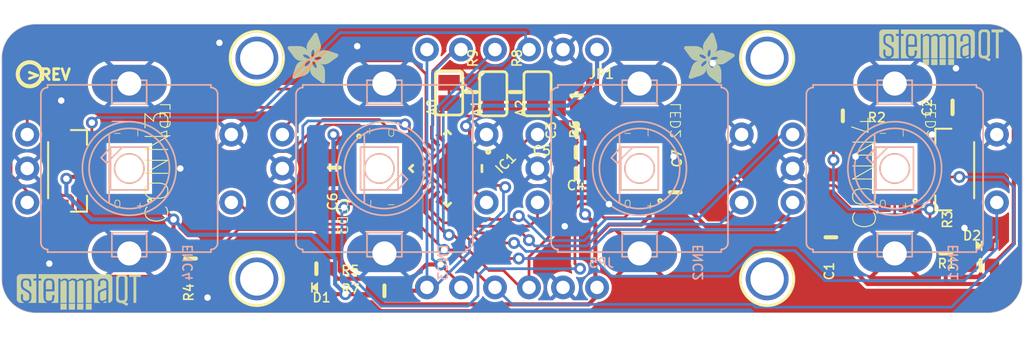
<source format=kicad_pcb>
(kicad_pcb (version 20221018) (generator pcbnew)
  (layers (0 "F.Cu" signal) (31 "B.Cu" signal) (34 "B.Paste" user) (35 "F.Paste" user) (36 "B.SilkS" user "B.Silkscreen") (37 "F.SilkS" user "F.Silkscreen") (38 "B.Mask" user) (39 "F.Mask" user) (44 "Edge.Cuts" user))
  (net 0 "")
  (net 1 "GND")
  (net 2 "NEO_IN")
  (net 3 "SDA")
  (net 4 "SCL")
  (net 5 "INT")
  (net 6 "VCC")
  (net 7 "N$1")
  (net 8 "N$2")
  (net 9 "N$3")
  (net 10 "N$4")
  (net 11 "UPDI")
  (net 12 "ROT3_A")
  (net 13 "ROT3_B")
  (net 14 "ROT2_A")
  (net 15 "ROT2_B")
  (net 16 "ROT2_SW")
  (net 17 "ROT1_A")
  (net 18 "ROT1_B")
  (net 19 "ROT1_SW")
  (net 20 "ROT0_A")
  (net 21 "ROT0_B")
  (net 22 "ROT0_SW")
  (net 23 "ADDR2")
  (net 24 "ADDR1")
  (net 25 "ADDR0")
  (net 26 "ROT3_SW")
  (net 27 "N$5")
  (net 28 "N$6")
  (net 29 "N$7")
  (net 30 "N$8")
  (footprint "working:0805-NO" (layer "F.Cu") (at 153.3271 102.1461 180)
    (fp_text reference "C3")
    (fp_text value "10uF")
  )
  (footprint "working:STEMMAQT" (layer "F.Cu") (at 111.5441 115.5446)
    (fp_text reference "U$30" hide)
    (fp_text value "" hide)
  )
  (footprint "working:0603-NO" (layer "F.Cu") (at 183.4896 112.2426 180)
    (fp_text reference "R1")
    (fp_text value "10K")
  )
  (footprint "working:FIDUCIAL_1MM" (layer "F.Cu") (at 174.0281 95.8596)
    (fp_text reference "FID1" hide)
    (fp_text value "FIDUCIAL_1MM" hide)
  )
  (footprint "working:SOLDERJUMPER_CLOSEDWIRE" (layer "F.Cu") (at 147.1041 99.4156 90)
    (fp_text reference "A1")
    (fp_text value "")
  )
  (footprint "working:PLABEL4" (layer "F.Cu") (at 144.8181 112.3061)
    (fp_text reference "PLABEL4" hide)
    (fp_text value "" hide)
  )
  (footprint "working:PLABEL3" (layer "F.Cu") (at 147.1041 112.2426 90)
    (fp_text reference "PLABEL3" hide)
    (fp_text value "" hide)
  )
  (footprint "working:PLABEL7" (layer "F.Cu") (at 119.1006 100.6856)
    (fp_text reference "PLABEL7" hide)
    (fp_text value "" hide)
  )
  (footprint "working:MOUNTINGHOLE_2.5_PLATED" (layer "F.Cu") (at 129.4511 96.7486)
    (fp_text reference "U$17" hide)
    (fp_text value "MOUNTINGHOLE2.5" hide)
  )
  (footprint "working:0805-NO" (layer "F.Cu") (at 181.3941 100.4316 180)
    (fp_text reference "C2")
    (fp_text value "10uF")
  )
  (footprint "working:CHIPLED_0603_NOOUTLINE" (layer "F.Cu") (at 133.7691 113.8936 90)
    (fp_text reference "D1")
    (fp_text value "RED")
  )
  (footprint "working:PLABEL9" (layer "F.Cu") (at 157.3911 96.1136)
    (fp_text reference "PLABEL9" hide)
    (fp_text value "" hide)
  )
  (footprint "working:PCBFEAT-REV-040" (layer "F.Cu") (at 112.4966 97.9551)
    (fp_text reference "U$25" hide)
    (fp_text value "" hide)
  )
  (footprint "working:PLABEL8" (layer "F.Cu") (at 152.4381 97.4471)
    (fp_text reference "PLABEL8" hide)
    (fp_text value "" hide)
  )
  (footprint "working:0603-NO" (layer "F.Cu") (at 173.2026 101.0666)
    (fp_text reference "R2")
    (fp_text value "10K")
  )
  (footprint "working:0603-NO" (layer "F.Cu") (at 153.2636 103.7971 180)
    (fp_text reference "C5")
    (fp_text value "1uF")
  )
  (footprint "working:JST_SH4_RA" (layer "F.Cu") (at 180.7591 105.1306 90)
    (fp_text reference "CONN4")
    (fp_text value "STEMMA_I2C_QTRA" hide)
  )
  (footprint "working:0603-NO" (layer "F.Cu") (at 180.8861 111.3536 90)
    (fp_text reference "R3")
    (fp_text value "10K")
  )
  (footprint "working:PLABEL12" (layer "F.Cu") (at 143.6751 97.1296 90)
    (fp_text reference "PLABEL12" hide)
    (fp_text value "" hide)
  )
  (footprint "working:PLABEL0" (layer "F.Cu") (at 154.5971 111.6076 90)
    (fp_text reference "PLABEL0" hide)
    (fp_text value "" hide)
  )
  (footprint "working:PLABEL6" (layer "F.Cu") (at 119.1006 95.6056)
    (fp_text reference "PLABEL6" hide)
    (fp_text value "" hide)
  )
  (footprint "working:MOUNTINGHOLE_2.5_PLATED" (layer "F.Cu") (at 167.5511 96.7486)
    (fp_text reference "U$3" hide)
    (fp_text value "MOUNTINGHOLE2.5" hide)
  )
  (footprint "working:CHIPLED_0603_NOOUTLINE" (layer "F.Cu") (at 183.3626 110.7821 -90)
    (fp_text reference "D2")
    (fp_text value "GREEN")
  )
  (footprint "working:PLABEL10" (layer "F.Cu") (at 148.6281 97.1931 90)
    (fp_text reference "PLABEL10" hide)
    (fp_text value "" hide)
  )
  (footprint "working:PLABEL13" (layer "F.Cu") (at 152.1206 99.2886 90)
    (fp_text reference "PLABEL13" hide)
    (fp_text value "" hide)
  )
  (footprint "working:0603-NO" (layer "F.Cu") (at 153.2636 105.3846 180)
    (fp_text reference "C4")
    (fp_text value "0.1uF")
  )
  (footprint "working:JST_SH4_RA" (layer "F.Cu") (at 116.1161 105.1306 -90)
    (fp_text reference "CONN3")
    (fp_text value "STEMMA_I2C_QTRA" hide)
  )
  (footprint "working:0603-NO" (layer "F.Cu") (at 133.8961 112.4966)
    (fp_text reference "R5")
    (fp_text value "10K")
  )
  (footprint "working:PLABEL2" (layer "F.Cu") (at 149.7711 112.2426 90)
    (fp_text reference "PLABEL2" hide)
    (fp_text value "" hide)
  )
  (footprint "working:ADAFRUIT_3.5MM" (layer "F.Cu") (at 161.3281 98.6536)
    (fp_text reference "U$9" hide)
    (fp_text value "" hide)
  )
  (footprint "working:0603-NO" (layer "F.Cu") (at 145.4531 99.2886 90)
    (fp_text reference "R9")
    (fp_text value "10K")
  )
  (footprint "working:0603-NO" (layer "F.Cu") (at 172.3136 110.1471 -90)
    (fp_text reference "C1")
    (fp_text value "1uF")
  )
  (footprint "working:PLABEL14" (layer "F.Cu") (at 148.1836 101.9556 90)
    (fp_text reference "PLABEL14" hide)
    (fp_text value "" hide)
  )
  (footprint "working:SOLDERJUMPER_CLOSEDWIRE" (layer "F.Cu") (at 143.8021 99.3521 90)
    (fp_text reference "A0")
    (fp_text value "")
  )
  (footprint "working:0603-NO" (layer "F.Cu") (at 124.4981 111.7346 -90)
    (fp_text reference "R4")
    (fp_text value "10K")
  )
  (footprint "working:QFN24_4MM" (layer "F.Cu") (at 143.6751 105.0036 -135)
    (fp_text reference "IC1")
    (fp_text value "ATTINY8X7-MU")
  )
  (footprint "working:0603-NO" (layer "F.Cu") (at 148.7551 99.2886 90)
    (fp_text reference "R8")
    (fp_text value "10K")
  )
  (footprint "working:0603-NO" (layer "F.Cu") (at 160.6931 106.7816 90)
    (fp_text reference "C7")
    (fp_text value "1uF")
  )
  (footprint "working:PLABEL1" (layer "F.Cu") (at 152.3746 112.3696)
    (fp_text reference "PLABEL1" hide)
    (fp_text value "" hide)
  )
  (footprint "working:MOUNTINGHOLE_2.5_PLATED" (layer "F.Cu") (at 167.5511 113.2586)
    (fp_text reference "U$19" hide)
    (fp_text value "MOUNTINGHOLE2.5" hide)
  )
  (footprint "working:PLABEL11" (layer "F.Cu") (at 146.0881 97.1296 90)
    (fp_text reference "PLABEL11" hide)
    (fp_text value "" hide)
  )
  (footprint "working:0603-NO" (layer "F.Cu") (at 153.3271 99.5426 -90)
    (fp_text reference "R6")
    (fp_text value "10K")
  )
  (footprint "working:FIDUCIAL_1MM" (layer "F.Cu") (at 111.9886 111.0361)
    (fp_text reference "FID2" hide)
    (fp_text value "FIDUCIAL_1MM" hide)
  )
  (footprint "working:PLABEL16" (layer "F.Cu") (at 134.0231 114.9731)
    (fp_text reference "PLABEL16" hide)
    (fp_text value "" hide)
  )
  (footprint "working:MOUNTINGHOLE_2.5_PLATED" (layer "F.Cu") (at 129.4511 113.2586)
    (fp_text reference "U$21" hide)
    (fp_text value "MOUNTINGHOLE2.5" hide)
  )
  (footprint "working:PLABEL15" (layer "F.Cu") (at 142.0241 100.3681 90)
    (fp_text reference "PLABEL15" hide)
    (fp_text value "" hide)
  )
  (footprint "working:0603-NO" (layer "F.Cu") (at 138.9761 114.1476 180)
    (fp_text reference "R7")
    (fp_text value "10K")
  )
  (footprint "working:SOLDERJUMPER_CLOSEDWIRE" (layer "F.Cu") (at 150.4061 99.4156 90)
    (fp_text reference "A2")
    (fp_text value "")
  )
  (footprint "working:PLABEL5" (layer "F.Cu") (at 182.5371 114.0206)
    (fp_text reference "PLABEL5" hide)
    (fp_text value "" hide)
  )
  (footprint "working:1X06_ROUND_70" (layer "F.Cu") (at 148.5011 96.1136 180)
    (fp_text reference "JP1")
    (fp_text value "")
  )
  (footprint "working:ADAFRUIT_3.5MM" (layer "F.Cu") (at 131.7371 98.6536)
    (fp_text reference "U$2" hide)
    (fp_text value "" hide)
  )
  (footprint "working:STEMMAQT" (layer "F.Cu") (at 175.9331 97.2566)
    (fp_text reference "U$31" hide)
    (fp_text value "" hide)
  )
  (footprint "working:0603-NO" (layer "F.Cu") (at 135.2296 104.9401 -90)
    (fp_text reference "C6")
    (fp_text value "1uF")
  )
  (footprint "working:PLABEL18" (layer "B.Cu") (at 152.2476 97.6376 180)
    (fp_text reference "PLABEL18" hide)
    (fp_text value "" hide)
  )
  (footprint "working:PLABEL30" (layer "B.Cu") (at 119.7991 114.1476 180)
    (fp_text reference "PLABEL30" hide)
    (fp_text value "" hide)
  )
  (footprint "working:PEC11+SWITCH" (layer "B.Cu") (at 177.0761 105.0036 90)
    (fp_text reference "ENC1")
    (fp_text value "")
  )
  (footprint "working:PEC11+SWITCH" (layer "B.Cu") (at 138.9761 105.0036 90)
    (fp_text reference "ENC3")
    (fp_text value "")
  )
  (footprint "working:NEO3535_REVERSE" (layer "B.Cu") (at 177.0761 105.0036 -90)
    (fp_text reference "LED1")
    (fp_text value "WS2812B_SK6812E" hide)
  )
  (footprint "working:PLABEL22" (layer "B.Cu") (at 154.0891 112.3696 180)
    (fp_text reference "PLABEL22" hide)
    (fp_text value "" hide)
  )
  (footprint "working:PLABEL31" (layer "B.Cu") (at 176.8221 95.7326 180)
    (fp_text reference "PLABEL31" hide)
    (fp_text value "" hide)
  )
  (footprint "working:PEC11+SWITCH" (layer "B.Cu") (at 158.0261 105.0036 90)
    (fp_text reference "ENC2")
    (fp_text value "")
  )
  (footprint "working:PLABEL29" (layer "B.Cu") (at 138.8491 114.0206 180)
    (fp_text reference "PLABEL29" hide)
    (fp_text value "" hide)
  )
  (footprint "working:PLABEL23" (layer "B.Cu") (at 152.1206 112.3696 180)
    (fp_text reference "PLABEL23" hide)
    (fp_text value "" hide)
  )
  (footprint "working:NEO3535_REVERSE" (layer "B.Cu") (at 158.0261 105.0036 -90)
    (fp_text reference "LED2")
    (fp_text value "WS2812B_SK6812E" hide)
  )
  (footprint "working:PLABEL19" (layer "B.Cu") (at 149.6441 97.7646 180)
    (fp_text reference "PLABEL19" hide)
    (fp_text value "" hide)
  )
  (footprint "working:PLABEL27" (layer "B.Cu") (at 176.9491 114.1476 180)
    (fp_text reference "PLABEL27" hide)
    (fp_text value "" hide)
  )
  (footprint "working:PEC11+SWITCH" (layer "B.Cu") (at 119.9261 105.0036 90)
    (fp_text reference "ENC4")
    (fp_text value "")
  )
  (footprint "working:PLABEL25" (layer "B.Cu") (at 147.3581 112.2426 90)
    (fp_text reference "PLABEL25" hide)
    (fp_text value "" hide)
  )
  (footprint "working:PLABEL21" (layer "B.Cu") (at 144.3101 97.7011 180)
    (fp_text reference "PLABEL21" hide)
    (fp_text value "" hide)
  )
  (footprint "working:NEO3535_REVERSE" (layer "B.Cu") (at 138.5951 105.0036 90)
    (fp_text reference "LED3")
    (fp_text value "WS2812B_SK6812E" hide)
  )
  (footprint "working:PLABEL20" (layer "B.Cu") (at 146.9771 97.6376 180)
    (fp_text reference "PLABEL20" hide)
    (fp_text value "" hide)
  )
  (footprint "working:NEO3535_REVERSE" (layer "B.Cu") (at 119.9261 105.0036 -90)
    (fp_text reference "LED4")
    (fp_text value "WS2812B_SK6812E" hide)
  )
  (footprint "working:PLABEL26" (layer "B.Cu") (at 144.5641 112.3061 180)
    (fp_text reference "PLABEL26" hide)
    (fp_text value "" hide)
  )
  (footprint "working:PLABEL17" (layer "B.Cu") (at 154.2161 97.7646 180)
    (fp_text reference "PLABEL17" hide)
    (fp_text value "" hide)
  )
  (footprint "working:1X06_ROUND_70" (layer "B.Cu") (at 148.5011 113.8936 180)
    (fp_text reference "JP5")
    (fp_text value "")
  )
  (footprint "working:PLABEL24" (layer "B.Cu") (at 149.7711 112.2426 90)
    (fp_text reference "PLABEL24" hide)
    (fp_text value "" hide)
  )
  (footprint "working:PLABEL32" (layer "B.Cu") (at 119.4181 95.9866 180)
    (fp_text reference "PLABEL32" hide)
    (fp_text value "" hide)
  )
  (footprint "working:PLABEL28" (layer "B.Cu") (at 158.0261 114.1476 180)
    (fp_text reference "PLABEL28" hide)
    (fp_text value "" hide)
  )
  (gr_line (start 112.9411 94.2086) (end 184.0611 94.2086) (stroke (width 0.05)) (layer "Edge.Cuts"))
  (gr_arc (start 110.4011 96.7486) (mid 111.145049 94.952549) (end 112.9411 94.2086) (stroke (width 0.05)) (layer "Edge.Cuts"))
  (gr_line (start 184.0611 115.7986) (end 112.9411 115.7986) (stroke (width 0.05)) (layer "Edge.Cuts"))
  (gr_line (start 186.6011 96.7486) (end 186.6011 113.2586) (stroke (width 0.05)) (layer "Edge.Cuts"))
  (gr_arc (start 112.9411 115.7986) (mid 111.145049 115.054651) (end 110.4011 113.2586) (stroke (width 0.05)) (layer "Edge.Cuts"))
  (gr_arc (start 186.6011 113.2586) (mid 185.857151 115.054651) (end 184.0611 115.7986) (stroke (width 0.05)) (layer "Edge.Cuts"))
  (gr_arc (start 184.0611 94.2086) (mid 185.857151 94.952549) (end 186.6011 96.7486) (stroke (width 0.05)) (layer "Edge.Cuts"))
  (gr_line (start 110.4011 113.2586) (end 110.4011 96.7486) (stroke (width 0.05)) (layer "Edge.Cuts"))
  (segment (start 144.028657 105.0036) (end 143.6751 105.0036) (width 0.3048) (layer "F.Cu") (net 1))
  (segment (start 145.266091 103.766166) (end 146.568657 102.4636) (width 0.254) (layer "F.Cu") (net 1))
  (segment (start 145.266091 103.766166) (end 144.028657 105.0036) (width 0.254) (layer "F.Cu") (net 1))
  (segment (start 146.568657 102.4636) (end 146.5961 102.4636) (width 0.3048) (layer "F.Cu") (net 1))
  (via (at 114.8461 99.9236) (size 0.889) (drill 0.4826) (layers "F.Cu" "B.Cu") (net 1))
  (via (at 155.7401 107.6706) (size 0.889) (drill 0.4826) (layers "F.Cu" "B.Cu") (net 1))
  (via (at 160.5661 104.1146) (size 0.889) (drill 0.4826) (layers "F.Cu" "B.Cu") (net 1))
  (via (at 174.1551 104.1146) (size 0.889) (drill 0.4826) (layers "F.Cu" "B.Cu") (net 1))
  (via (at 163.4871 97.1296) (size 0.889) (drill 0.4826) (layers "F.Cu" "B.Cu") (net 1))
  (via (at 152.4381 109.3216) (size 0.889) (drill 0.4826) (layers "F.Cu" "B.Cu") (net 1))
  (via (at 125.7681 114.6556) (size 0.889) (drill 0.4826) (layers "F.Cu" "B.Cu") (net 1))
  (via (at 136.9441 95.8596) (size 0.889) (drill 0.4826) (layers "F.Cu" "B.Cu") (net 1))
  (via (at 181.6481 97.5106) (size 0.889) (drill 0.4826) (layers "F.Cu" "B.Cu") (net 1))
  (via (at 126.6571 95.6056) (size 0.889) (drill 0.4826) (layers "F.Cu" "B.Cu") (net 1))
  (via (at 113.9571 112.1156) (size 0.889) (drill 0.4826) (layers "F.Cu" "B.Cu") (net 1))
  (via (at 182.2831 109.4486) (size 0.889) (drill 0.4826) (layers "F.Cu" "B.Cu") (net 1))
  (via (at 179.8701 102.4636) (size 0.889) (drill 0.4826) (layers "F.Cu" "B.Cu") (net 1))
  (via (at 123.7361 105.0036) (size 0.889) (drill 0.4826) (layers "F.Cu" "B.Cu") (net 1))
  (segment (start 177.8261 101.5626) (end 177.3301 101.0666) (width 0.2032) (layer "F.Cu") (net 2))
  (segment (start 174.0526 100.3291) (end 174.0526 101.0666) (width 0.2032) (layer "F.Cu") (net 2))
  (segment (start 177.8261 101.5626) (end 177.8261 102.3536) (width 0.2032) (layer "F.Cu") (net 2))
  (segment (start 173.7741 100.0506) (end 174.0526 100.3291) (width 0.2032) (layer "F.Cu") (net 2))
  (segment (start 148.396429 105.533928) (end 149.1361 106.2736) (width 0.2032) (layer "F.Cu") (net 2))
  (segment (start 164.2491 100.8126) (end 165.0111 100.0506) (width 0.2032) (layer "F.Cu") (net 2))
  (segment (start 155.2321 105.8926) (end 155.2321 101.8286) (width 0.2032) (layer "F.Cu") (net 2))
  (segment (start 145.9732 105.533928) (end 148.396429 105.533928) (width 0.2032) (layer "F.Cu") (net 2))
  (segment (start 155.2321 101.8286) (end 156.2481 100.8126) (width 0.2032) (layer "F.Cu") (net 2))
  (segment (start 156.2481 100.8126) (end 164.2491 100.8126) (width 0.2032) (layer "F.Cu") (net 2))
  (segment (start 177.3301 101.0666) (end 174.0526 101.0666) (width 0.2032) (layer "F.Cu") (net 2))
  (segment (start 154.8511 106.2736) (end 155.2321 105.8926) (width 0.2032) (layer "F.Cu") (net 2))
  (segment (start 165.0111 100.0506) (end 173.7741 100.0506) (width 0.2032) (layer "F.Cu") (net 2))
  (segment (start 149.1361 106.2736) (end 154.8511 106.2736) (width 0.2032) (layer "F.Cu") (net 2))
  (segment (start 141.5669 109.222337) (end 141.6753 109.330737) (width 0.2032) (layer "F.Cu") (net 3))
  (segment (start 115.6967 107.20435) (end 115.6967 111.5692) (width 0.2032) (layer "F.Cu") (net 3))
  (segment (start 114.2111 105.0036) (end 114.2111 106.317275) (width 0.2032) (layer "F.Cu") (net 3))
  (segment (start 115.51815 107.0258) (end 115.6967 107.20435) (width 0.2032) (layer "F.Cu") (net 3))
  (segment (start 146.9771 113.8936) (end 144.172738 111.089237) (width 0.2032) (layer "F.Cu") (net 3))
  (segment (start 128.0541 109.5756) (end 141.430438 109.5756) (width 0.2032) (layer "F.Cu") (net 3))
  (segment (start 141.6753 109.330737) (end 143.4338 111.089237) (width 0.2032) (layer "F.Cu") (net 3))
  (segment (start 114.919625 107.0258) (end 115.51815 107.0258) (width 0.2032) (layer "F.Cu") (net 3))
  (segment (start 181.9021 105.6386) (end 179.8431 105.6386) (width 0.2032) (layer "F.Cu") (net 3))
  (segment (start 142.084113 106.241034) (end 141.5669 106.758246) (width 0.2032) (layer "F.Cu") (net 3))
  (segment (start 117.0401 104.6306) (end 114.5841 104.6306) (width 0.2032) (layer "F.Cu") (net 3))
  (segment (start 124.4981 112.5846) (end 124.4981 113.0584) (width 0.2032) (layer "F.Cu") (net 3))
  (segment (start 147.2311 113.8936) (end 146.9771 113.8936) (width 0.2032) (layer "F.Cu") (net 3))
  (segment (start 124.5713 113.0584) (end 128.0541 109.5756) (width 0.2032) (layer "F.Cu") (net 3))
  (segment (start 114.5841 104.6306) (end 114.2111 105.0036) (width 0.2032) (layer "F.Cu") (net 3))
  (segment (start 114.2111 106.317275) (end 114.919625 107.0258) (width 0.2032) (layer "F.Cu") (net 3))
  (segment (start 124.4981 113.0584) (end 124.5713 113.0584) (width 0.2032) (layer "F.Cu") (net 3))
  (segment (start 141.5669 106.758246) (end 141.5669 109.222337) (width 0.2032) (layer "F.Cu") (net 3))
  (segment (start 179.8431 105.6386) (end 179.8351 105.6306) (width 0.2032) (layer "F.Cu") (net 3))
  (segment (start 141.430438 109.5756) (end 141.6753 109.330737) (width 0.2032) (layer "F.Cu") (net 3))
  (segment (start 143.4338 111.089237) (end 144.172738 111.089237) (width 0.2032) (layer "F.Cu") (net 3))
  (segment (start 117.1859 113.0584) (end 124.4981 113.0584) (width 0.2032) (layer "F.Cu") (net 3))
  (segment (start 115.6967 111.5692) (end 117.1859 113.0584) (width 0.2032) (layer "F.Cu") (net 3))
  (via (at 181.9021 105.6386) (size 0.889) (drill 0.4826) (layers "F.Cu" "B.Cu") (net 3))
  (via (at 143.4338 111.089237) (size 0.889) (drill 0.4826) (layers "F.Cu" "B.Cu") (net 3))
  (segment (start 166.673956 115.3762) (end 181.3085 115.3762) (width 0.2032) (layer "B.Cu") (net 3))
  (segment (start 185.9661 110.7186) (end 185.9661 106.4006) (width 0.2032) (layer "B.Cu") (net 3))
  (segment (start 142.9639 100.3808) (end 142.9639 110.619337) (width 0.2032) (layer "B.Cu") (net 3))
  (segment (start 185.9661 106.4006) (end 185.2041 105.6386) (width 0.2032) (layer "B.Cu") (net 3))
  (segment (start 147.2311 96.1136) (end 142.9639 100.3808) (width 0.2032) (layer "B.Cu") (net 3))
  (segment (start 185.2041 105.6386) (end 181.9021 105.6386) (width 0.2032) (layer "B.Cu") (net 3))
  (segment (start 143.4338 111.089237) (end 142.9639 110.619337) (width 0.2032) (layer "B.Cu") (net 3))
  (segment (start 147.2311 113.8936) (end 148.5011 115.1636) (width 0.2032) (layer "B.Cu") (net 3))
  (segment (start 148.5011 115.1636) (end 166.461356 115.1636) (width 0.2032) (layer "B.Cu") (net 3))
  (segment (start 166.461356 115.1636) (end 166.673956 115.3762) (width 0.2032) (layer "B.Cu") (net 3))
  (segment (start 181.3085 115.3762) (end 185.9661 110.7186) (width 0.2032) (layer "B.Cu") (net 3))
  (segment (start 155.6385 106.060937) (end 155.6385 101.996938) (width 0.2032) (layer "F.Cu") (net 4))
  (segment (start 151.6761 109.7026) (end 149.7711 111.6076) (width 0.2032) (layer "F.Cu") (net 4))
  (segment (start 143.790263 109.968437) (end 143.649738 109.968437) (width 0.2032) (layer "F.Cu") (net 4))
  (segment (start 143.649738 109.968437) (end 143.604532 109.923231) (width 0.2032) (layer "F.Cu") (net 4))
  (segment (start 149.7711 113.8936) (end 149.7711 111.6076) (width 0.2032) (layer "F.Cu") (net 4))
  (segment (start 180.8861 110.5036) (end 179.7081 109.3256) (width 0.2032) (layer "F.Cu") (net 4))
  (segment (start 172.5041 103.2256) (end 172.5041 104.3686) (width 0.2032) (layer "F.Cu") (net 4))
  (segment (start 155.6385 101.996938) (end 156.416437 101.219) (width 0.2032) (layer "F.Cu") (net 4))
  (segment (start 156.416437 101.219) (end 164.9857 101.219) (width 0.2032) (layer "F.Cu") (net 4))
  (segment (start 141.9733 107.058953) (end 142.437666 106.594587) (width 0.2032) (layer "F.Cu") (net 4))
  (segment (start 141.9733 108.292) (end 143.604532 109.923231) (width 0.2032) (layer "F.Cu") (net 4))
  (segment (start 179.7081 109.3256) (end 179.7081 108.0516) (width 0.2032) (layer "F.Cu") (net 4))
  (segment (start 152.7937 106.68) (end 155.019437 106.68) (width 0.2032) (layer "F.Cu") (net 4))
  (segment (start 165.7477 100.457) (end 169.7355 100.457) (width 0.2032) (layer "F.Cu") (net 4))
  (segment (start 147.8661 112.6236) (end 146.789838 112.6236) (width 0.2032) (layer "F.Cu") (net 4))
  (segment (start 117.1321 103.5386) (end 117.0401 103.6306) (width 0.2032) (layer "F.Cu") (net 4))
  (segment (start 179.8351 106.6306) (end 179.8351 107.9246) (width 0.2032) (layer "F.Cu") (net 4))
  (segment (start 149.1361 113.8936) (end 149.7711 113.8936) (width 0.2032) (layer "F.Cu") (net 4))
  (segment (start 117.1321 101.5746) (end 117.1321 103.5386) (width 0.2032) (layer "F.Cu") (net 4))
  (segment (start 155.019437 106.68) (end 155.6385 106.060937) (width 0.2032) (layer "F.Cu") (net 4))
  (segment (start 179.7081 108.0516) (end 179.8351 107.9246) (width 0.2032) (layer "F.Cu") (net 4))
  (segment (start 169.7355 100.457) (end 172.5041 103.2256) (width 0.2032) (layer "F.Cu") (net 4))
  (segment (start 144.089469 109.923231) (end 146.789838 112.6236) (width 0.2032) (layer "F.Cu") (net 4))
  (segment (start 143.604532 109.923231) (end 144.089469 109.923231) (width 0.2032) (layer "F.Cu") (net 4))
  (segment (start 164.9857 101.219) (end 165.7477 100.457) (width 0.2032) (layer "F.Cu") (net 4))
  (segment (start 141.9733 108.292) (end 141.9733 107.058953) (width 0.2032) (layer "F.Cu") (net 4))
  (segment (start 149.1361 113.8936) (end 147.8661 112.6236) (width 0.2032) (layer "F.Cu") (net 4))
  (segment (start 151.6761 109.7026) (end 151.6761 107.7976) (width 0.2032) (layer "F.Cu") (net 4))
  (segment (start 151.6761 107.7976) (end 152.7937 106.68) (width 0.2032) (layer "F.Cu") (net 4))
  (via (at 172.5041 104.3686) (size 0.889) (drill 0.4826) (layers "F.Cu" "B.Cu") (net 4))
  (via (at 143.790263 109.968437) (size 0.889) (drill 0.4826) (layers "F.Cu" "B.Cu") (net 4))
  (via (at 179.7081 108.0516) (size 0.889) (drill 0.4826) (layers "F.Cu" "B.Cu") (net 4))
  (via (at 117.1321 101.5746) (size 0.889) (drill 0.4826) (layers "F.Cu" "B.Cu") (net 4))
  (segment (start 172.5041 106.9086) (end 173.6471 108.0516) (width 0.2032) (layer "B.Cu") (net 4))
  (segment (start 172.5041 104.3686) (end 172.5041 106.9086) (width 0.2032) (layer "B.Cu") (net 4))
  (segment (start 143.3703 100.549138) (end 146.674322 97.245116) (width 0.2032) (layer "B.Cu") (net 4))
  (segment (start 117.1321 101.5746) (end 117.5131 101.1936) (width 0.2032) (layer "B.Cu") (net 4))
  (segment (start 143.3703 109.548475) (end 143.3703 100.549138) (width 0.2032) (layer "B.Cu") (net 4))
  (segment (start 143.790263 109.968437) (end 143.3703 109.548475) (width 0.2032) (layer "B.Cu") (net 4))
  (segment (start 147.725594 97.3074) (end 148.919393 96.1136) (width 0.2032) (layer "B.Cu") (net 4))
  (segment (start 149.5171 96.1136) (end 149.7711 96.1136) (width 0.2032) (layer "B.Cu") (net 4))
  (segment (start 129.3241 101.1936) (end 135.6741 94.8436) (width 0.2032) (layer "B.Cu") (net 4))
  (segment (start 146.736607 97.3074) (end 147.725594 97.3074) (width 0.2032) (layer "B.Cu") (net 4))
  (segment (start 135.6741 94.8436) (end 149.5171 94.8436) (width 0.2032) (layer "B.Cu") (net 4))
  (segment (start 117.5131 101.1936) (end 129.3241 101.1936) (width 0.2032) (layer "B.Cu") (net 4))
  (segment (start 173.6471 108.0516) (end 179.7081 108.0516) (width 0.2032) (layer "B.Cu") (net 4))
  (segment (start 149.5171 94.8436) (end 149.5171 96.1136) (width 0.2032) (layer "B.Cu") (net 4))
  (segment (start 146.674322 97.245116) (end 146.736607 97.3074) (width 0.2032) (layer "B.Cu") (net 4))
  (segment (start 148.919393 96.1136) (end 149.5171 96.1136) (width 0.2032) (layer "B.Cu") (net 4))
  (segment (start 141.037969 113.2466) (end 142.103132 112.181437) (width 0.3048) (layer "F.Cu") (net 5))
  (segment (start 144.1831 96.1136) (end 142.5889 97.7078) (width 0.2032) (layer "F.Cu") (net 5))
  (segment (start 142.487132 101.873569) (end 142.487132 102.754972) (width 0.2032) (layer "F.Cu") (net 5))
  (segment (start 144.6911 113.705437) (end 144.6911 113.8936) (width 0.2032) (layer "F.Cu") (net 5))
  (segment (start 142.487132 102.754972) (end 142.791219 103.05906) (width 0.2032) (layer "F.Cu") (net 5))
  (segment (start 142.5889 97.7078) (end 142.5889 101.7718) (width 0.2032) (layer "F.Cu") (net 5))
  (segment (start 135.4961 113.2466) (end 141.037969 113.2466) (width 0.3048) (layer "F.Cu") (net 5))
  (segment (start 144.1831 96.1136) (end 144.6911 96.1136) (width 0.2032) (layer "F.Cu") (net 5))
  (segment (start 143.1671 112.181437) (end 144.6911 113.705437) (width 0.2032) (layer "F.Cu") (net 5))
  (segment (start 142.5889 101.7718) (end 142.487132 101.873569) (width 0.2032) (layer "F.Cu") (net 5))
  (segment (start 134.7461 112.4966) (end 135.4961 113.2466) (width 0.3048) (layer "F.Cu") (net 5))
  (segment (start 142.103132 112.181437) (end 143.1671 112.181437) (width 0.3048) (layer "F.Cu") (net 5))
  (via (at 143.1671 112.181437) (size 0.889) (drill 0.4826) (layers "F.Cu" "B.Cu") (net 5))
  (segment (start 142.978938 112.181437) (end 143.1671 112.181437) (width 0.2032) (layer "B.Cu") (net 5))
  (segment (start 144.3101 96.1136) (end 142.5575 97.8662) (width 0.2032) (layer "B.Cu") (net 5))
  (segment (start 142.5575 111.76) (end 142.978938 112.181437) (width 0.2032) (layer "B.Cu") (net 5))
  (segment (start 142.5575 97.8662) (end 142.5575 111.76) (width 0.2032) (layer "B.Cu") (net 5))
  (segment (start 144.6911 96.1136) (end 144.3101 96.1136) (width 0.2032) (layer "B.Cu") (net 5))
  (segment (start 173.6471 112.2426) (end 175.0441 113.6396) (width 0.3048) (layer "F.Cu") (net 6))
  (segment (start 135.2296 103.2891) (end 135.2296 104.0901) (width 0.3048) (layer "F.Cu") (net 6))
  (segment (start 138.8881 115.1636) (end 154.2161 115.1636) (width 0.3048) (layer "F.Cu") (net 6))
  (segment (start 162.9791 109.3216) (end 161.2891 107.6316) (width 0.3048) (layer "F.Cu") (net 6))
  (segment (start 135.2931 102.4636) (end 135.6741 102.8446) (width 0.3048) (layer "F.Cu") (net 6))
  (segment (start 181.1401 113.6396) (end 183.8071 113.6396) (width 0.3048) (layer "F.Cu") (net 6))
  (segment (start 173.3931 109.2971) (end 176.9491 109.2971) (width 0.3048) (layer "F.Cu") (net 6))
  (segment (start 138.8881 115.1636) (end 138.1261 114.4016) (width 0.3048) (layer "F.Cu") (net 6))
  (segment (start 180.8861 112.2036) (end 180.8861 113.3856) (width 0.3048) (layer "F.Cu") (net 6))
  (segment (start 138.1261 114.1476) (end 138.1261 114.3626) (width 0.3048) (layer "F.Cu") (net 6))
  (segment (start 154.1136 103.7971) (end 154.1136 105.3846) (width 0.3048) (layer "F.Cu") (net 6))
  (segment (start 154.1136 103.7971) (end 154.2771 103.7971) (width 0.3048) (layer "F.Cu") (net 6))
  (segment (start 180.8861 113.3856) (end 181.1401 113.6396) (width 0.3048) (layer "F.Cu") (net 6))
  (segment (start 182.3441 100.4316) (end 185.5851 100.4316) (width 0.3048) (layer "F.Cu") (net 6))
  (segment (start 154.7241 110.2106) (end 155.7401 109.1946) (width 0.3048) (layer "F.Cu") (net 6))
  (segment (start 136.1651 102.3536) (end 135.6741 102.8446) (width 0.3048) (layer "F.Cu") (net 6))
  (segment (start 154.2161 115.1636) (end 154.8511 114.5286) (width 0.3048) (layer "F.Cu") (net 6))
  (segment (start 115.3621 105.6306) (end 117.0401 105.6306) (width 0.3048) (layer "F.Cu") (net 6))
  (segment (start 176.9491 109.2971) (end 177.1006 109.2971) (width 0.3048) (layer "F.Cu") (net 6))
  (segment (start 175.0441 113.6396) (end 181.1401 113.6396) (width 0.3048) (layer "F.Cu") (net 6))
  (segment (start 158.1531 109.1946) (end 158.7761 108.5716) (width 0.3048) (layer "F.Cu") (net 6))
  (segment (start 176.9491 109.2971) (end 176.9246 109.3216) (width 0.3048) (layer "F.Cu") (net 6))
  (segment (start 160.6711 107.6536) (end 160.6931 107.6316) (width 0.3048) (layer "F.Cu") (net 6))
  (segment (start 185.9661 100.8126) (end 185.9661 105.5116) (width 0.3048) (layer "F.Cu") (net 6))
  (segment (start 185.5851 100.4316) (end 185.9661 100.8126) (width 0.3048) (layer "F.Cu") (net 6))
  (segment (start 138.1261 114.3626) (end 138.0871 114.4016) (width 0.3048) (layer "F.Cu") (net 6))
  (segment (start 177.1006 109.2971) (end 177.8261 108.5716) (width 0.3048) (layer "F.Cu") (net 6))
  (segment (start 160.6931 107.6316) (end 161.2891 107.6316) (width 0.3048) (layer "F.Cu") (net 6))
  (segment (start 123.2281 109.6146) (end 123.2281 108.8136) (width 0.3048) (layer "F.Cu") (net 6))
  (segment (start 185.0851 104.6306) (end 185.9661 105.5116) (width 0.3048) (layer "F.Cu") (net 6))
  (segment (start 135.2931 114.4016) (end 136.0551 114.4016) (width 0.3048) (layer "F.Cu") (net 6))
  (segment (start 145.3405 101.8286) (end 145.0721 101.8286) (width 0.3048) (layer "F.Cu") (net 6))
  (segment (start 154.7241 109.1946) (end 154.7241 110.2106) (width 0.3048) (layer "F.Cu") (net 6))
  (segment (start 176.9246 109.3216) (end 162.9791 109.3216) (width 0.3048) (layer "F.Cu") (net 6))
  (segment (start 144.912538 103.412613) (end 145.3405 102.98465) (width 0.254) (layer "F.Cu") (net 6))
  (segment (start 145.3405 102.98465) (end 145.3405 101.8286) (width 0.254) (layer "F.Cu") (net 6))
  (segment (start 138.0871 114.4016) (end 136.0551 114.4016) (width 0.3048) (layer "F.Cu") (net 6))
  (segment (start 138.1261 114.1476) (end 138.1261 114.4016) (width 0.3048) (layer "F.Cu") (net 6))
  (segment (start 134.7851 113.8936) (end 134.5191 113.8936) (width 0.3048) (layer "F.Cu") (net 6))
  (segment (start 135.1661 102.4636) (end 135.2931 102.4636) (width 0.3048) (layer "F.Cu") (net 6))
  (segment (start 173.6471 109.5511) (end 173.6471 112.2426) (width 0.3048) (layer "F.Cu") (net 6))
  (segment (start 154.8511 114.5286) (end 154.8511 113.8936) (width 0.3048) (layer "F.Cu") (net 6))
  (segment (start 154.7241 113.7666) (end 154.7241 110.2106) (width 0.3048) (layer "F.Cu") (net 6))
  (segment (start 185.9661 105.5116) (end 185.9661 110.6161) (width 0.3048) (layer "F.Cu") (net 6))
  (segment (start 184.3396 113.1071) (end 184.3396 112.2426) (width 0.3048) (layer "F.Cu") (net 6))
  (segment (start 154.8511 113.8936) (end 154.7241 113.7666) (width 0.3048) (layer "F.Cu") (net 6))
  (segment (start 135.6741 102.8446) (end 135.2296 103.2891) (width 0.3048) (layer "F.Cu") (net 6))
  (segment (start 154.2771 102.1461) (end 154.2771 103.7971) (width 0.3048) (layer "F.Cu") (net 6))
  (segment (start 172.3136 109.2971) (end 173.3931 109.2971) (width 0.3048) (layer "F.Cu") (net 6))
  (segment (start 154.8511 96.1136) (end 154.8511 101.5721) (width 0.3048) (layer "F.Cu") (net 6))
  (segment (start 177.8261 108.5716) (end 177.8261 107.6536) (width 0.3048) (layer "F.Cu") (net 6))
  (segment (start 183.8071 113.6396) (end 184.3396 113.1071) (width 0.3048) (layer "F.Cu") (net 6))
  (segment (start 123.2281 108.8136) (end 122.0681 107.6536) (width 0.3048) (layer "F.Cu") (net 6))
  (segment (start 154.2771 102.1461) (end 154.8511 101.5721) (width 0.3048) (layer "F.Cu") (net 6))
  (segment (start 122.0681 107.6536) (end 120.6761 107.6536) (width 0.3048) (layer "F.Cu") (net 6))
  (segment (start 153.9621 108.4326) (end 154.7241 109.1946) (width 0.3048) (layer "F.Cu") (net 6))
  (segment (start 179.8351 104.6306) (end 185.0851 104.6306) (width 0.3048) (layer "F.Cu") (net 6))
  (segment (start 155.7401 109.1946) (end 158.1531 109.1946) (width 0.3048) (layer "F.Cu") (net 6))
  (segment (start 158.7761 107.6536) (end 160.6711 107.6536) (width 0.3048) (layer "F.Cu") (net 6))
  (segment (start 124.4981 110.8846) (end 123.2281 109.6146) (width 0.3048) (layer "F.Cu") (net 6))
  (segment (start 185.9661 110.6161) (end 184.3396 112.2426) (width 0.3048) (layer "F.Cu") (net 6))
  (segment (start 137.8451 102.3536) (end 136.1651 102.3536) (width 0.3048) (layer "F.Cu") (net 6))
  (segment (start 158.7761 108.5716) (end 158.7761 107.6536) (width 0.3048) (layer "F.Cu") (net 6))
  (segment (start 135.2931 114.4016) (end 134.7851 113.8936) (width 0.3048) (layer "F.Cu") (net 6))
  (segment (start 115.2271 105.7656) (end 115.3621 105.6306) (width 0.3048) (layer "F.Cu") (net 6))
  (segment (start 173.3931 109.2971) (end 173.6471 109.5511) (width 0.3048) (layer "F.Cu") (net 6))
  (via (at 136.0551 114.4016) (size 0.889) (drill 0.4826) (layers "F.Cu" "B.Cu") (net 6))
  (via (at 115.2271 105.7656) (size 0.889) (drill 0.4826) (layers "F.Cu" "B.Cu") (net 6))
  (via (at 145.0721 101.8286) (size 0.889) (drill 0.4826) (layers "F.Cu" "B.Cu") (net 6))
  (via (at 153.9621 108.4326) (size 0.889) (drill 0.4826) (layers "F.Cu" "B.Cu") (net 6))
  (via (at 135.1661 102.4636) (size 0.889) (drill 0.4826) (layers "F.Cu" "B.Cu") (net 6))
  (via (at 123.2281 108.8136) (size 0.889) (drill 0.4826) (layers "F.Cu" "B.Cu") (net 6))
  (segment (start 117.1321 108.8136) (end 115.2271 106.9086) (width 0.3048) (layer "B.Cu") (net 6))
  (segment (start 123.2281 108.8136) (end 117.1321 108.8136) (width 0.3048) (layer "B.Cu") (net 6))
  (segment (start 146.3421 100.3046) (end 145.0721 101.5746) (width 0.3048) (layer "B.Cu") (net 6))
  (segment (start 146.3421 100.3046) (end 151.4221 100.3046) (width 0.3048) (layer "B.Cu") (net 6))
  (segment (start 136.0551 114.4016) (end 135.2931 113.6396) (width 0.3048) (layer "B.Cu") (net 6))
  (segment (start 151.4221 100.3046) (end 153.7081 102.5906) (width 0.3048) (layer "B.Cu") (net 6))
  (segment (start 135.2931 111.7346) (end 135.2931 113.6396) (width 0.3048) (layer "B.Cu") (net 6))
  (segment (start 124.3711 109.9566) (end 123.2281 108.8136) (width 0.3048) (layer "B.Cu") (net 6))
  (segment (start 133.5151 109.9566) (end 124.3711 109.9566) (width 0.3048) (layer "B.Cu") (net 6))
  (segment (start 135.1661 111.6076) (end 133.5151 109.9566) (width 0.3048) (layer "B.Cu") (net 6))
  (segment (start 154.8511 98.1456) (end 154.8511 96.1136) (width 0.3048) (layer "B.Cu") (net 6))
  (segment (start 152.6921 100.3046) (end 154.8511 98.1456) (width 0.3048) (layer "B.Cu") (net 6))
  (segment (start 151.4221 100.3046) (end 152.6921 100.3046) (width 0.3048) (layer "B.Cu") (net 6))
  (segment (start 153.7081 102.5906) (end 153.7081 108.1786) (width 0.3048) (layer "B.Cu") (net 6))
  (segment (start 153.7081 108.1786) (end 153.9621 108.4326) (width 0.3048) (layer "B.Cu") (net 6))
  (segment (start 135.1661 111.6076) (end 135.1661 102.4636) (width 0.3048) (layer "B.Cu") (net 6))
  (segment (start 135.2931 111.7346) (end 135.1661 111.6076) (width 0.3048) (layer "B.Cu") (net 6))
  (segment (start 145.0721 101.8286) (end 145.0721 101.5746) (width 0.3048) (layer "B.Cu") (net 6))
  (segment (start 115.2271 106.9086) (end 115.2271 105.7656) (width 0.3048) (layer "B.Cu") (net 6))
  (segment (start 182.6396 112.2426) (end 182.6126 112.2156) (width 0.3048) (layer "F.Cu") (net 7))
  (segment (start 182.6126 110.7821) (end 182.6126 112.2156) (width 0.3048) (layer "F.Cu") (net 7))
  (segment (start 165.7731 106.2736) (end 172.6311 106.2736) (width 0.2032) (layer "F.Cu") (net 8))
  (segment (start 161.8531 102.3536) (end 165.7731 106.2736) (width 0.2032) (layer "F.Cu") (net 8))
  (segment (start 172.6311 106.2736) (end 174.0111 107.6536) (width 0.2032) (layer "F.Cu") (net 8))
  (segment (start 158.7761 102.3536) (end 161.8531 102.3536) (width 0.2032) (layer "F.Cu") (net 8))
  (segment (start 174.0111 107.6536) (end 176.3261 107.6536) (width 0.2032) (layer "F.Cu") (net 8))
  (segment (start 155.3591 108.6866) (end 156.8831 108.6866) (width 0.2032) (layer "F.Cu") (net 9))
  (segment (start 154.3261 107.6536) (end 155.3591 108.6866) (width 0.2032) (layer "F.Cu") (net 9))
  (segment (start 153.5981 107.6536) (end 154.3261 107.6536) (width 0.2032) (layer "F.Cu") (net 9))
  (segment (start 153.2001 112.1156) (end 153.2001 108.0516) (width 0.2032) (layer "F.Cu") (net 9))
  (segment (start 157.2761 108.2936) (end 157.2761 107.6536) (width 0.2032) (layer "F.Cu") (net 9))
  (segment (start 153.2001 108.0516) (end 153.5981 107.6536) (width 0.2032) (layer "F.Cu") (net 9))
  (segment (start 156.8831 108.6866) (end 157.2761 108.2936) (width 0.2032) (layer "F.Cu") (net 9))
  (segment (start 153.5811 112.4966) (end 153.2001 112.1156) (width 0.2032) (layer "F.Cu") (net 9))
  (segment (start 136.2372 107.6536) (end 135.9662 107.9246) (width 0.2032) (layer "F.Cu") (net 9))
  (segment (start 137.8451 107.6536) (end 136.2372 107.6536) (width 0.2032) (layer "F.Cu") (net 9))
  (via (at 153.5811 112.4966) (size 0.889) (drill 0.4826) (layers "F.Cu" "B.Cu") (net 9))
  (via (at 135.9662 107.9246) (size 0.889) (drill 0.4826) (layers "F.Cu" "B.Cu") (net 9))
  (segment (start 146.4691 112.4966) (end 145.9611 113.0046) (width 0.2032) (layer "B.Cu") (net 9))
  (segment (start 145.1991 115.2906) (end 138.7221 115.2906) (width 0.2032) (layer "B.Cu") (net 9))
  (segment (start 135.9662 107.9246) (end 135.8011 108.0897) (width 0.2032) (layer "B.Cu") (net 9))
  (segment (start 145.9611 114.5286) (end 145.1991 115.2906) (width 0.2032) (layer "B.Cu") (net 9))
  (segment (start 145.9611 113.0046) (end 145.9611 114.5286) (width 0.2032) (layer "B.Cu") (net 9))
  (segment (start 153.5811 112.4966) (end 146.4691 112.4966) (width 0.2032) (layer "B.Cu") (net 9))
  (segment (start 135.8011 108.0897) (end 135.8011 112.3696) (width 0.2032) (layer "B.Cu") (net 9))
  (segment (start 138.7221 115.2906) (end 135.8011 112.3696) (width 0.2032) (layer "B.Cu") (net 9))
  (segment (start 134.3787 101.346) (end 131.9911 103.7336) (width 0.2032) (layer "F.Cu") (net 10))
  (segment (start 124.0071 102.3536) (end 120.6761 102.3536) (width 0.2032) (layer "F.Cu") (net 10))
  (segment (start 125.3871 103.7336) (end 124.0071 102.3536) (width 0.2032) (layer "F.Cu") (net 10))
  (segment (start 138.5951 101.346) (end 134.3787 101.346) (width 0.2032) (layer "F.Cu") (net 10))
  (segment (start 139.3451 102.096) (end 138.5951 101.346) (width 0.2032) (layer "F.Cu") (net 10))
  (segment (start 139.3451 102.3536) (end 139.3451 102.096) (width 0.2032) (layer "F.Cu") (net 10))
  (segment (start 131.9911 103.7336) (end 125.3871 103.7336) (width 0.2032) (layer "F.Cu") (net 10))
  (segment (start 146.005763 106.2736) (end 147.8661 106.2736) (width 0.2032) (layer "F.Cu") (net 11))
  (segment (start 145.619644 105.887481) (end 146.005763 106.2736) (width 0.2032) (layer "F.Cu") (net 11))
  (segment (start 141.8971 114.1476) (end 142.1511 113.8936) (width 0.3048) (layer "F.Cu") (net 11))
  (segment (start 141.8971 114.1476) (end 139.8261 114.1476) (width 0.3048) (layer "F.Cu") (net 11))
  (segment (start 147.8661 106.2736) (end 147.9931 106.4006) (width 0.2032) (layer "F.Cu") (net 11))
  (via (at 147.9931 106.4006) (size 0.889) (drill 0.4826) (layers "F.Cu" "B.Cu") (net 11))
  (segment (start 142.1511 113.8936) (end 142.696394 113.8936) (width 0.2032) (layer "B.Cu") (net 11))
  (segment (start 142.696394 113.8936) (end 145.3261 111.263893) (width 0.2032) (layer "B.Cu") (net 11))
  (segment (start 145.3261 111.263893) (end 145.3261 110.4646) (width 0.2032) (layer "B.Cu") (net 11))
  (segment (start 147.8661 106.5276) (end 147.9931 106.4006) (width 0.2032) (layer "B.Cu") (net 11))
  (segment (start 142.1511 96.1136) (end 142.1511 113.8936) (width 0.2032) (layer "B.Cu") (net 11))
  (segment (start 145.3261 110.4646) (end 146.4691 109.3216) (width 0.2032) (layer "B.Cu") (net 11))
  (segment (start 147.8661 106.5276) (end 147.8661 108.1786) (width 0.2032) (layer "B.Cu") (net 11))
  (segment (start 146.7231 109.3216) (end 147.8661 108.1786) (width 0.2032) (layer "B.Cu") (net 11))
  (segment (start 146.4691 109.3216) (end 146.7231 109.3216) (width 0.2032) (layer "B.Cu") (net 11))
  (segment (start 134.500969 99.064732) (end 136.6169 96.9488) (width 0.2032) (layer "F.Cu") (net 12))
  (segment (start 111.1013 100.426663) (end 115.058763 96.4692) (width 0.2032) (layer "F.Cu") (net 12))
  (segment (start 136.6169 96.9488) (end 141.082257 96.9488) (width 0.2032) (layer "F.Cu") (net 12))
  (segment (start 141.082257 96.9488) (end 142.0809 97.947444) (width 0.2032) (layer "F.Cu") (net 12))
  (segment (start 142.0809 99.359757) (end 142.0809 101.705063) (width 0.2032) (layer "F.Cu") (net 12))
  (segment (start 127.896969 99.064732) (end 134.500969 99.064732) (width 0.2032) (layer "F.Cu") (net 12))
  (segment (start 111.1013 105.50265) (end 111.1013 100.426663) (width 0.2032) (layer "F.Cu") (net 12))
  (segment (start 142.0809 99.1616) (end 142.0809 99.359757) (width 0.2032) (layer "F.Cu") (net 12))
  (segment (start 142.080732 103.055679) (end 142.437666 103.412613) (width 0.2032) (layer "F.Cu") (net 12))
  (segment (start 142.0809 101.705063) (end 142.080732 101.705232) (width 0.2032) (layer "F.Cu") (net 12))
  (segment (start 142.0809 97.947444) (end 142.0809 99.1616) (width 0.2032) (layer "F.Cu") (net 12))
  (segment (start 112.3061 106.70745) (end 111.1013 105.50265) (width 0.2032) (layer "F.Cu") (net 12))
  (segment (start 112.3061 107.5436) (end 112.3061 106.70745) (width 0.2032) (layer "F.Cu") (net 12))
  (segment (start 142.080732 101.705232) (end 142.080732 103.055679) (width 0.2032) (layer "F.Cu") (net 12))
  (segment (start 115.058763 96.4692) (end 125.301438 96.4692) (width 0.2032) (layer "F.Cu") (net 12))
  (segment (start 125.301438 96.4692) (end 127.896969 99.064732) (width 0.2032) (layer "F.Cu") (net 12))
  (segment (start 141.6745 101.536725) (end 141.674332 101.536894) (width 0.2032) (layer "F.Cu") (net 13))
  (segment (start 142.084113 103.688104) (end 142.084113 103.766166) (width 0.2032) (layer "F.Cu") (net 13))
  (segment (start 141.674332 101.536894) (end 141.674332 103.278322) (width 0.2032) (layer "F.Cu") (net 13))
  (segment (start 141.674332 103.278322) (end 142.084113 103.688104) (width 0.2032) (layer "F.Cu") (net 13))
  (segment (start 125.1331 96.8756) (end 128.6891 100.4316) (width 0.2032) (layer "F.Cu") (net 13))
  (segment (start 128.6891 100.4316) (end 141.2935 100.4316) (width 0.2032) (layer "F.Cu") (net 13))
  (segment (start 115.2271 96.8756) (end 125.1331 96.8756) (width 0.2032) (layer "F.Cu") (net 13))
  (segment (start 141.2935 100.4316) (end 141.6745 100.8126) (width 0.2032) (layer "F.Cu") (net 13))
  (segment (start 112.3061 102.4636) (end 112.3061 99.7966) (width 0.2032) (layer "F.Cu") (net 13))
  (segment (start 141.6745 100.8126) (end 141.6745 101.536725) (width 0.2032) (layer "F.Cu") (net 13))
  (segment (start 112.3061 99.7966) (end 115.2271 96.8756) (width 0.2032) (layer "F.Cu") (net 13))
  (segment (start 140.5128 101.704088) (end 140.5636 101.704088) (width 0.2032) (layer "F.Cu") (net 14))
  (segment (start 140.843 101.983488) (end 140.5636 101.704088) (width 0.2032) (layer "F.Cu") (net 14))
  (segment (start 140.843 101.983488) (end 140.843 103.939269) (width 0.2032) (layer "F.Cu") (net 14))
  (segment (start 140.843 103.939269) (end 141.377004 104.473272) (width 0.2032) (layer "F.Cu") (net 14))
  (via (at 140.5128 101.704088) (size 0.889) (drill 0.4826) (layers "F.Cu" "B.Cu") (net 14))
  (segment (start 131.3561 107.5436) (end 132.8801 106.0196) (width 0.2032) (layer "B.Cu") (net 14))
  (segment (start 132.8801 106.0196) (end 132.8801 101.8286) (width 0.2032) (layer "B.Cu") (net 14))
  (segment (start 133.2611 101.4476) (end 140.256313 101.4476) (width 0.2032) (layer "B.Cu") (net 14))
  (segment (start 140.5128 101.704088) (end 140.256313 101.4476) (width 0.2032) (layer "B.Cu") (net 14))
  (segment (start 132.8801 101.8286) (end 133.2611 101.4476) (width 0.2032) (layer "B.Cu") (net 14))
  (segment (start 140.9319 100.9396) (end 141.267932 101.275632) (width 0.2032) (layer "F.Cu") (net 15))
  (segment (start 131.3561 102.0826) (end 132.4991 100.9396) (width 0.2032) (layer "F.Cu") (net 15))
  (segment (start 141.267932 101.275632) (end 141.267932 103.657091) (width 0.2032) (layer "F.Cu") (net 15))
  (segment (start 131.3561 102.4636) (end 131.3561 102.0826) (width 0.2032) (layer "F.Cu") (net 15))
  (segment (start 141.267932 103.657091) (end 141.73056 104.119719) (width 0.2032) (layer "F.Cu") (net 15))
  (segment (start 132.4991 100.9396) (end 140.9319 100.9396) (width 0.2032) (layer "F.Cu") (net 15))
  (segment (start 145.293535 106.241034) (end 146.5961 107.5436) (width 0.2032) (layer "F.Cu") (net 16))
  (segment (start 145.266091 106.241034) (end 145.293535 106.241034) (width 0.2032) (layer "F.Cu") (net 16))
  (segment (start 150.4061 108.730275) (end 149.814775 109.3216) (width 0.2032) (layer "F.Cu") (net 17))
  (segment (start 146.0881 109.3216) (end 149.814775 109.3216) (width 0.2032) (layer "F.Cu") (net 17))
  (segment (start 145.4531 108.6866) (end 146.0881 109.3216) (width 0.2032) (layer "F.Cu") (net 17))
  (segment (start 150.4061 107.5436) (end 150.4061 108.730275) (width 0.2032) (layer "F.Cu") (net 17))
  (segment (start 144.9849 108.210987) (end 145.4531 108.679187) (width 0.2032) (layer "F.Cu") (net 17))
  (segment (start 144.9849 107.374056) (end 144.9849 108.210987) (width 0.2032) (layer "F.Cu") (net 17))
  (segment (start 145.4531 108.679187) (end 145.4531 108.6866) (width 0.2032) (layer "F.Cu") (net 17))
  (segment (start 144.558985 106.94814) (end 144.9849 107.374056) (width 0.2032) (layer "F.Cu") (net 17))
  (segment (start 146.143072 104.3034) (end 145.9732 104.473272) (width 0.2032) (layer "F.Cu") (net 18))
  (segment (start 150.0251 102.4636) (end 148.1853 104.3034) (width 0.2032) (layer "F.Cu") (net 18))
  (segment (start 150.0251 102.4636) (end 150.4061 102.4636) (width 0.2032) (layer "F.Cu") (net 18))
  (segment (start 148.1853 104.3034) (end 146.143072 104.3034) (width 0.2032) (layer "F.Cu") (net 18))
  (segment (start 144.205432 107.301696) (end 144.205432 108.041618) (width 0.2032) (layer "F.Cu") (net 19))
  (segment (start 149.228562 109.820462) (end 149.7711 110.363) (width 0.2032) (layer "F.Cu") (net 19))
  (segment (start 144.205432 108.041618) (end 145.984275 109.820462) (width 0.2032) (layer "F.Cu") (net 19))
  (segment (start 149.228562 109.820462) (end 145.984275 109.820462) (width 0.2032) (layer "F.Cu") (net 19))
  (via (at 149.7711 110.363) (size 0.889) (drill 0.4826) (layers "F.Cu" "B.Cu") (net 19))
  (segment (start 164.0205 109.1692) (end 165.6461 107.5436) (width 0.2032) (layer "B.Cu") (net 19))
  (segment (start 154.073162 110.7948) (end 155.698762 109.1692) (width 0.2032) (layer "B.Cu") (net 19))
  (segment (start 149.7711 110.363) (end 150.2029 110.7948) (width 0.2032) (layer "B.Cu") (net 19))
  (segment (start 150.2029 110.7948) (end 154.073162 110.7948) (width 0.2032) (layer "B.Cu") (net 19))
  (segment (start 155.698762 109.1692) (end 164.0205 109.1692) (width 0.2032) (layer "B.Cu") (net 19))
  (segment (start 146.158838 110.569762) (end 148.649937 110.569762) (width 0.2032) (layer "F.Cu") (net 20))
  (segment (start 143.144772 107.555696) (end 143.144772 107.301696) (width 0.2032) (layer "F.Cu") (net 20))
  (segment (start 146.158838 110.569762) (end 143.144772 107.555696) (width 0.2032) (layer "F.Cu") (net 20))
  (via (at 148.649937 110.569762) (size 0.889) (drill 0.4826) (layers "F.Cu" "B.Cu") (net 20))
  (segment (start 169.4561 108.1786) (end 169.4561 107.5436) (width 0.2032) (layer "B.Cu") (net 20))
  (segment (start 168.0591 109.5756) (end 169.4561 108.1786) (width 0.2032) (layer "B.Cu") (net 20))
  (segment (start 149.535375 111.2012) (end 148.903937 110.569762) (width 0.2032) (layer "B.Cu") (net 20))
  (segment (start 154.2415 111.2012) (end 155.8671 109.5756) (width 0.2032) (layer "B.Cu") (net 20))
  (segment (start 149.535375 111.2012) (end 154.2415 111.2012) (width 0.2032) (layer "B.Cu") (net 20))
  (segment (start 148.649937 110.569762) (end 148.903937 110.569762) (width 0.2032) (layer "B.Cu") (net 20))
  (segment (start 155.8671 109.5756) (end 168.0591 109.5756) (width 0.2032) (layer "B.Cu") (net 20))
  (segment (start 145.3913 108.04265) (end 146.16225 108.8136) (width 0.2032) (layer "F.Cu") (net 21))
  (segment (start 144.912538 106.594587) (end 145.3913 107.07335) (width 0.2032) (layer "F.Cu") (net 21))
  (segment (start 148.7551 108.8136) (end 146.16225 108.8136) (width 0.2032) (layer "F.Cu") (net 21))
  (segment (start 145.3913 107.07335) (end 145.3913 108.04265) (width 0.2032) (layer "F.Cu") (net 21))
  (segment (start 148.7551 108.8136) (end 149.0091 108.5596) (width 0.2032) (layer "F.Cu") (net 21))
  (via (at 149.0091 108.5596) (size 0.889) (drill 0.4826) (layers "F.Cu" "B.Cu") (net 21))
  (segment (start 151.0157 110.3884) (end 149.1869 108.5596) (width 0.2032) (layer "B.Cu") (net 21))
  (segment (start 149.0091 108.5596) (end 149.1869 108.5596) (width 0.2032) (layer "B.Cu") (net 21))
  (segment (start 151.0157 110.3884) (end 153.904825 110.3884) (width 0.2032) (layer "B.Cu") (net 21))
  (segment (start 168.6941 102.4636) (end 169.4561 102.4636) (width 0.2032) (layer "B.Cu") (net 21))
  (segment (start 153.904825 110.3884) (end 155.530425 108.7628) (width 0.2032) (layer "B.Cu") (net 21))
  (segment (start 162.3949 108.7628) (end 168.6941 102.4636) (width 0.2032) (layer "B.Cu") (net 21))
  (segment (start 155.530425 108.7628) (end 162.3949 108.7628) (width 0.2032) (layer "B.Cu") (net 21))
  (segment (start 149.0091 111.7346) (end 146.7231 111.7346) (width 0.2032) (layer "F.Cu") (net 22))
  (segment (start 146.7231 111.7346) (end 145.5681 110.5796) (width 0.2032) (layer "F.Cu") (net 22))
  (segment (start 142.791219 106.94814) (end 142.3797 107.359659) (width 0.2032) (layer "F.Cu") (net 22))
  (segment (start 142.3797 107.359659) (end 142.3797 108.0516) (width 0.2032) (layer "F.Cu") (net 22))
  (segment (start 145.5681 110.5596) (end 145.5681 110.5796) (width 0.2032) (layer "F.Cu") (net 22))
  (segment (start 145.5681 110.5596) (end 144.0761 109.0676) (width 0.2032) (layer "F.Cu") (net 22))
  (segment (start 143.3957 109.0676) (end 144.0761 109.0676) (width 0.2032) (layer "F.Cu") (net 22))
  (segment (start 142.3797 108.0516) (end 143.3957 109.0676) (width 0.2032) (layer "F.Cu") (net 22))
  (via (at 149.0091 111.7346) (size 0.889) (drill 0.4826) (layers "F.Cu" "B.Cu") (net 22))
  (segment (start 182.2831 113.3856) (end 184.6961 110.9726) (width 0.2032) (layer "B.Cu") (net 22))
  (segment (start 169.6245 111.141) (end 171.8691 113.3856) (width 0.2032) (layer "B.Cu") (net 22))
  (segment (start 171.8691 113.3856) (end 182.2831 113.3856) (width 0.2032) (layer "B.Cu") (net 22))
  (segment (start 155.919943 113.0584) (end 164.756556 113.0584) (width 0.2032) (layer "B.Cu") (net 22))
  (segment (start 166.673956 111.141) (end 169.6245 111.141) (width 0.2032) (layer "B.Cu") (net 22))
  (segment (start 149.0091 111.7346) (end 154.596143 111.7346) (width 0.2032) (layer "B.Cu") (net 22))
  (segment (start 154.596143 111.7346) (end 155.919943 113.0584) (width 0.2032) (layer "B.Cu") (net 22))
  (segment (start 164.756556 113.0584) (end 166.673956 111.141) (width 0.2032) (layer "B.Cu") (net 22))
  (segment (start 184.6961 110.9726) (end 184.6961 107.5436) (width 0.2032) (layer "B.Cu") (net 22))
  (segment (start 145.697713 104.119719) (end 145.619644 104.119719) (width 0.2032) (layer "F.Cu") (net 23))
  (segment (start 147.149072 103.815629) (end 146.001804 103.815629) (width 0.2032) (layer "F.Cu") (net 23))
  (segment (start 146.001804 103.815629) (end 145.697713 104.119719) (width 0.2032) (layer "F.Cu") (net 23))
  (segment (start 150.4061 100.5586) (end 147.149072 103.815629) (width 0.2032) (layer "F.Cu") (net 23))
  (segment (start 150.4061 100.1776) (end 150.4061 100.5586) (width 0.2032) (layer "F.Cu") (net 23))
  (segment (start 144.205432 102.705504) (end 144.205432 101.635594) (width 0.2032) (layer "F.Cu") (net 24))
  (segment (start 144.205432 101.635594) (end 144.761725 101.0793) (width 0.2032) (layer "F.Cu") (net 24))
  (segment (start 146.2024 101.0793) (end 144.761725 101.0793) (width 0.2032) (layer "F.Cu") (net 24))
  (segment (start 146.2024 101.0793) (end 147.1041 100.1776) (width 0.2032) (layer "F.Cu") (net 24))
  (segment (start 143.0655 100.9396) (end 143.0655 102.626232) (width 0.2032) (layer "F.Cu") (net 25))
  (segment (start 143.8021 100.203) (end 143.8021 100.1141) (width 0.2032) (layer "F.Cu") (net 25))
  (segment (start 143.0655 102.626232) (end 143.144772 102.705504) (width 0.2032) (layer "F.Cu") (net 25))
  (segment (start 143.0655 100.9396) (end 143.8021 100.203) (width 0.2032) (layer "F.Cu") (net 25))
  (segment (start 141.1605 106.45754) (end 141.73056 105.887481) (width 0.2032) (layer "F.Cu") (net 26))
  (segment (start 129.6797 109.1692) (end 128.0541 107.5436) (width 0.2032) (layer "F.Cu") (net 26))
  (segment (start 141.1605 106.45754) (end 141.1605 108.7628) (width 0.2032) (layer "F.Cu") (net 26))
  (segment (start 127.5461 107.5436) (end 128.0541 107.5436) (width 0.2032) (layer "F.Cu") (net 26))
  (segment (start 141.1605 108.7628) (end 140.7541 109.1692) (width 0.2032) (layer "F.Cu") (net 26))
  (segment (start 129.6797 109.1692) (end 140.7541 109.1692) (width 0.2032) (layer "F.Cu") (net 26))
  (segment (start 133.0461 113.8666) (end 133.0191 113.8936) (width 0.3048) (layer "F.Cu") (net 27))
  (segment (start 133.0461 112.4966) (end 133.0461 113.8666) (width 0.3048) (layer "F.Cu") (net 27))
  (segment (start 150.4061 98.6536) (end 153.2881 98.6536) (width 0.2032) (layer "F.Cu") (net 28))
  (segment (start 153.2881 98.6536) (end 153.3271 98.6926) (width 0.2032) (layer "F.Cu") (net 28))
  (segment (start 148.209 99.46715) (end 148.209 99.5925) (width 0.2032) (layer "F.Cu") (net 29))
  (segment (start 147.39545 98.6536) (end 148.209 99.46715) (width 0.2032) (layer "F.Cu") (net 29))
  (segment (start 148.209 99.5925) (end 148.7551 100.1386) (width 0.2032) (layer "F.Cu") (net 29))
  (segment (start 147.1041 98.6536) (end 147.39545 98.6536) (width 0.2032) (layer "F.Cu") (net 29))
  (segment (start 144.09345 98.5901) (end 144.907 99.40365) (width 0.2032) (layer "F.Cu") (net 30))
  (segment (start 144.907 99.40365) (end 144.907 99.5925) (width 0.2032) (layer "F.Cu") (net 30))
  (segment (start 143.8021 98.5901) (end 144.09345 98.5901) (width 0.2032) (layer "F.Cu") (net 30))
  (segment (start 144.907 99.5925) (end 145.4531 100.1386) (width 0.2032) (layer "F.Cu") (net 30))
  (zone (net 1) (net_name "GND") (layer "F.Cu") (priority 6) (connect_pads (clearance 0.000001)) (min_thickness 0.127) (fill yes (thermal_gap 0.304) (thermal_bridge_width 0.304))
    (polygon (pts (xy 186.7281 115.9256) (xy 110.2741 115.9256) (xy 110.2741 94.0816) (xy 186.7281 94.0816)))
  )
  (zone (net 1) (net_name "GND") (layer "B.Cu") (priority 6) (connect_pads (clearance 0.000001)) (min_thickness 0.127) (fill yes (thermal_gap 0.304) (thermal_bridge_width 0.304))
    (polygon (pts (xy 186.7281 115.9256) (xy 110.2741 115.9256) (xy 110.2741 94.0816) (xy 186.7281 94.0816)))
  )
)
</source>
